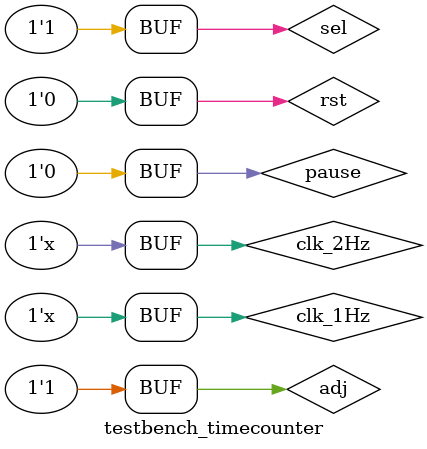
<source format=v>
`timescale 1ns / 1ps


module testbench_timecounter;

	// Inputs
	reg adj;
	reg sel;
	reg pause;
	reg rst;
	reg clk_1Hz;
	reg clk_2Hz;

	// Outputs
	wire [5:0] minutes;
	wire [5:0] seconds;

	// Instantiate the Unit Under Test (UUT)
	time_counter uut (
		.adj(adj), 
		.sel(sel), 
		.pause(pause), 
		.rst(rst), 
		.clk_1Hz(clk_1Hz), 
		.clk_2Hz(clk_2Hz),  
		.minutes(minutes), 
		.seconds(seconds)
	);

	initial begin
		// Initialize Inputs
		adj = 0;
		sel = 0;
		pause = 0;
		rst = 0;
		clk_1Hz = 0;
		clk_2Hz = 0;

		// Wait 100 ns for global reset to finish
		#100;
        
		// Add stimulus here
		
		// Initialize Inputs
		rst = 0;

		// Wait 100 ns for global reset to finish
		#100;
		
		rst = 1;
		
		#1000;
		
		rst = 0;
		
		#100;
		
		#5000;
		pause = 1;
		#500;
		pause = 0;
		adj = 1;
		#200;
		#5000;
		pause = 1;
		#500;
		sel = 1;
		pause = 0;
		#200;
		
        
		// Add stimulus here

	end
	
	always #5 clk_1Hz = ~clk_1Hz;
	always #2.5 clk_2Hz = ~clk_2Hz;
;

      
endmodule


</source>
